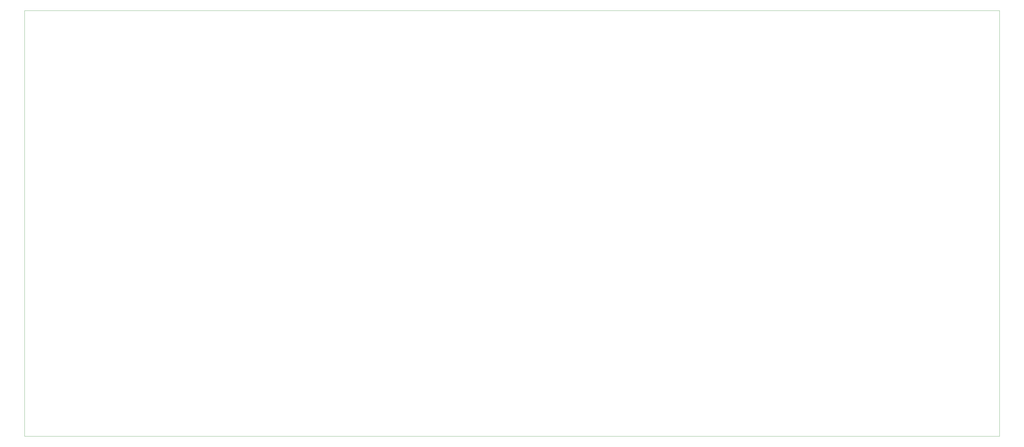
<source format=gm1>
G04 #@! TF.FileFunction,Profile,NP*
%FSLAX46Y46*%
G04 Gerber Fmt 4.6, Leading zero omitted, Abs format (unit mm)*
G04 Created by KiCad (PCBNEW 4.0.7) date 12/13/17 15:10:49*
%MOMM*%
%LPD*%
G01*
G04 APERTURE LIST*
%ADD10C,0.100000*%
G04 APERTURE END LIST*
D10*
X0Y-150000000D02*
X0Y0D01*
X343500000Y-150000000D02*
X0Y-150000000D01*
X343500000Y0D02*
X343500000Y-150000000D01*
X0Y0D02*
X343500000Y0D01*
M02*

</source>
